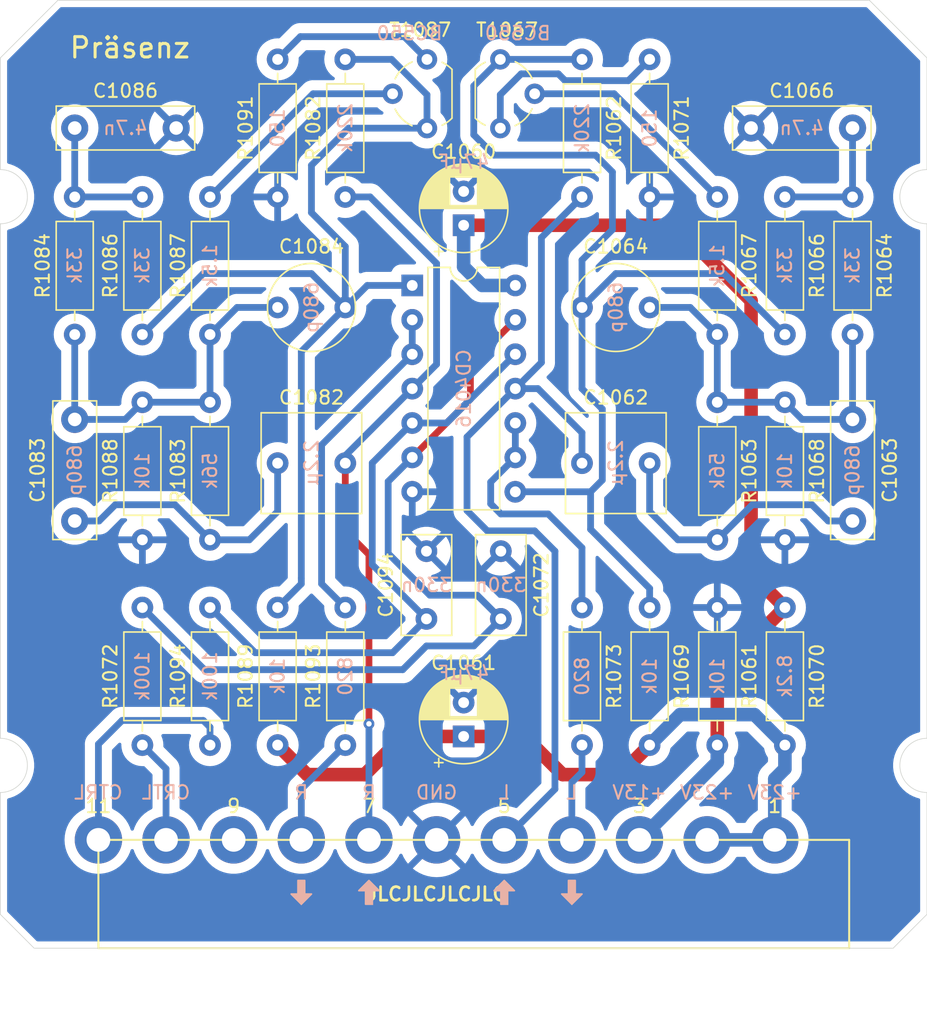
<source format=kicad_pcb>
(kicad_pcb (version 20221018) (generator pcbnew)
  (layers (0 "F.Cu" signal) (31 "B.Cu" signal) (34 "B.Paste" user) (35 "F.Paste" user) (36 "B.SilkS" user "B.Silkscreen") (37 "F.SilkS" user "F.Silkscreen") (38 "B.Mask" user) (39 "F.Mask" user) (44 "Edge.Cuts" user))
  (net 0 "")
  (net 1 "GND")
  (net 2 "Net-(C1082-Pad1)")
  (net 3 "Net-(C1083-Pad1)")
  (net 4 "Net-(T1087-C)")
  (net 5 "Net-(C1086-Pad2)")
  (net 6 "Net-(T1067-C)")
  (net 7 "Net-(T1067-E)")
  (net 8 "Net-(T1087-B)")
  (net 9 "Net-(T1087-E)")
  (net 10 "Net-(C1062-Pad1)")
  (net 11 "Net-(C1063-Pad1)")
  (net 12 "Net-(C1066-Pad2)")
  (net 13 "Net-(T1067-B)")
  (net 14 "Net-(R1073-Pad1)")
  (net 15 "Net-(R1093-Pad1)")
  (net 16 "SW1")
  (net 17 "SW2")
  (net 19 "+23V")
  (net 20 "L_OUT")
  (net 21 "L_IN")
  (net 22 "R_IN")
  (net 23 "R_OUT")
  (net 24 "+13V")
  (net 25 "CTR2")
  (net 26 "CTR1")
  (footprint "NF-Filter-Modul:Connector_01x11_5mm" (layer "F.Cu") (at 83 87)
    (fp_text reference "J1" hide)
    (fp_text value "Conn_01x13")
    (fp_text user "1" (at 0 -2.5) (layer "F.SilkS"))
    (fp_text user "7" (at -30 -2.5) (layer "F.SilkS"))
    (fp_text user "9" (at -40 -2.5) (layer "F.SilkS"))
    (fp_text user "5" (at -20 -2.5) (layer "F.SilkS"))
    (fp_text user "11" (at -50 -2.5) (layer "F.SilkS"))
    (fp_text user "3" (at -10 -2.5) (layer "F.SilkS"))
    (pad "1" thru_hole circle (at 0 0 180) (size 3.5 3.5) (drill 1.75) (layers "B.Cu" "B.Mask") (net 19 "+23V"))
    (pad "2" thru_hole circle (at -5 0 180) (size 3.5 3.5) (drill 1.75) (layers "B.Cu" "B.Mask") (net 19 "+23V"))
    (pad "3" thru_hole circle (at -10 0 180) (size 3.5 3.5) (drill 1.75) (layers "B.Cu" "B.Mask") (net 24 "+13V"))
    (pad "4" thru_hole circle (at -15 0 180) (size 3.5 3.5) (drill 1.75) (layers "B.Cu" "B.Mask") (net 20 "L_OUT"))
    (pad "5" thru_hole circle (at -20 0 180) (size 3.5 3.5) (drill 1.75) (layers "B.Cu" "B.Mask") (net 21 "L_IN"))
    (pad "6" thru_hole circle (at -25 0 180) (size 3.5 3.5) (drill 1.75) (layers "B.Cu" "B.Mask") (net 1 "GND"))
    (pad "7" thru_hole circle (at -30 0 180) (size 3.5 3.5) (drill 1.75) (layers "B.Cu" "B.Mask") (net 22 "R_IN"))
    (pad "8" thru_hole circle (at -35 0 180) (size 3.5 3.5) (drill 1.75) (layers "B.Cu" "B.Mask") (net 23 "R_OUT"))
    (pad "9" thru_hole circle (at -40 0 180) (size 3.5 3.5) (drill 1.75) (layers "B.Cu" "B.Mask"))
    (pad "10" thru_hole circle (at -45 0 180) (size 3.5 3.5) (drill 1.75) (layers "B.Cu" "B.Mask") (net 25 "CTR2"))
    (pad "11" thru_hole circle (at -50 0 180) (size 3.5 3.5) (drill 1.75) (layers "B.Cu" "B.Mask") (net 26 "CTR1"))
  )
  (footprint "Capacitor_THT:C_Rect_L7.2mm_W3.5mm_P5.00mm_FKS2_FKP2_MKS2_MKP2" (layer "F.Cu") (at 57.25 70.68 90)
    (fp_text reference "C1094" (at 2.5 -3 90) (layer "F.SilkS"))
    (fp_text value "330n" (at 2.5 0 180) (layer "B.SilkS") (effects (justify mirror)))
    (pad "1" thru_hole circle (at 0 0 90) (size 1.6 1.6) (drill 0.8) (layers "*.Cu" "*.Mask") (net 16 "SW1"))
    (pad "2" thru_hole circle (at 5 0 90) (size 1.6 1.6) (drill 0.8) (layers "*.Cu" "*.Mask") (net 1 "GND"))
  )
  (footprint "Präsenz-Modul:C_RAD_6.5mm_5mm" (layer "F.Cu") (at 71.25 47.68)
    (fp_text reference "C1064" (at 0 -4.5 unlocked) (layer "F.SilkS"))
    (fp_text value "680p" (at 0 0 90 unlocked) (layer "B.SilkS") (effects (justify mirror)))
    (pad "1" thru_hole circle (at -2.5 0) (size 1.6 1.6) (drill 0.8) (layers "*.Cu" "*.Mask") (net 6 "Net-(T1067-C)"))
    (pad "2" thru_hole circle (at 2.5 0) (size 1.6 1.6) (drill 0.8) (layers "*.Cu" "*.Mask") (net 11 "Net-(C1063-Pad1)"))
  )
  (footprint "Resistor_THT:R_Axial_DIN0207_L6.3mm_D2.5mm_P10.16mm_Horizontal" (layer "F.Cu") (at 83.75 54.68 -90)
    (fp_text reference "R1068" (at 5.08 -2.37 90) (layer "F.SilkS"))
    (fp_text value "10k" (at 5.08 0 90) (layer "B.SilkS") (effects (justify mirror)))
    (pad "1" thru_hole circle (at 0 0 270) (size 1.6 1.6) (drill 0.8) (layers "*.Cu" "*.Mask") (net 11 "Net-(C1063-Pad1)"))
    (pad "2" thru_hole oval (at 10.16 0 270) (size 1.6 1.6) (drill 0.8) (layers "*.Cu" "*.Mask") (net 1 "GND"))
  )
  (footprint "Resistor_THT:R_Axial_DIN0207_L6.3mm_D2.5mm_P10.16mm_Horizontal" (layer "F.Cu") (at 36.25 49.68 90)
    (fp_text reference "R1086" (at 5.08 -2.37 90) (layer "F.SilkS"))
    (fp_text value "33k" (at 5.08 0 90) (layer "B.SilkS") (effects (justify mirror)))
    (pad "1" thru_hole circle (at 0 0 90) (size 1.6 1.6) (drill 0.8) (layers "*.Cu" "*.Mask") (net 4 "Net-(T1087-C)"))
    (pad "2" thru_hole oval (at 10.16 0 90) (size 1.6 1.6) (drill 0.8) (layers "*.Cu" "*.Mask") (net 5 "Net-(C1086-Pad2)"))
  )
  (footprint "Resistor_THT:R_Axial_DIN0207_L6.3mm_D2.5mm_P10.16mm_Horizontal" (layer "F.Cu") (at 46.25 29.36 -90)
    (fp_text reference "R1091" (at 5.08 2.37 90) (layer "F.SilkS"))
    (fp_text value "150" (at 5.07 0 90) (layer "B.SilkS") (effects (justify mirror)))
    (pad "1" thru_hole circle (at 0 0 270) (size 1.6 1.6) (drill 0.8) (layers "*.Cu" "*.Mask") (net 9 "Net-(T1087-E)"))
    (pad "2" thru_hole oval (at 10.16 0 270) (size 1.6 1.6) (drill 0.8) (layers "*.Cu" "*.Mask") (net 1 "GND"))
  )
  (footprint "Resistor_THT:R_Axial_DIN0207_L6.3mm_D2.5mm_P10.16mm_Horizontal" (layer "F.Cu") (at 46.25 80 90)
    (fp_text reference "R1089" (at 5.08 -2.37 90) (layer "F.SilkS"))
    (fp_text value "10k" (at 5.08 0 90) (layer "B.SilkS") (effects (justify mirror)))
    (pad "1" thru_hole circle (at 0 0 90) (size 1.6 1.6) (drill 0.8) (layers "*.Cu" "*.Mask") (net 19 "+23V"))
    (pad "2" thru_hole oval (at 10.16 0 90) (size 1.6 1.6) (drill 0.8) (layers "*.Cu" "*.Mask") (net 4 "Net-(T1087-C)"))
  )
  (footprint "Capacitor_THT:C_Rect_L7.2mm_W7.2mm_P5.00mm_FKS2_FKP2_MKS2_MKP2" (layer "F.Cu") (at 73.75 59.18 180)
    (fp_text reference "C1062" (at 2.5 4.85) (layer "F.SilkS"))
    (fp_text value "2.2µ" (at 2.5 0 90) (layer "B.SilkS") (effects (justify mirror)))
    (pad "1" thru_hole circle (at 0 0 180) (size 1.6 1.6) (drill 0.8) (layers "*.Cu" "*.Mask") (net 10 "Net-(C1062-Pad1)"))
    (pad "2" thru_hole circle (at 5 0 180) (size 1.6 1.6) (drill 0.8) (layers "*.Cu" "*.Mask") (net 21 "L_IN"))
  )
  (footprint "Package_DIP:DIP-14_W7.62mm" (layer "F.Cu") (at 56.2 46.055)
    (fp_text reference "U1" hide)
    (fp_text value "CD4016" (at 3.81 7.62 90) (layer "B.SilkS") (effects (justify mirror)))
    (pad "1" thru_hole rect (at 0 0) (size 1.6 1.6) (drill 0.8) (layers "*.Cu" "*.Mask") (net 4 "Net-(T1087-C)"))
    (pad "2" thru_hole oval (at 0 2.54) (size 1.6 1.6) (drill 0.8) (layers "*.Cu" "*.Mask") (net 15 "Net-(R1093-Pad1)"))
    (pad "3" thru_hole oval (at 0 5.08) (size 1.6 1.6) (drill 0.8) (layers "*.Cu" "*.Mask") (net 15 "Net-(R1093-Pad1)"))
    (pad "4" thru_hole oval (at 0 7.62) (size 1.6 1.6) (drill 0.8) (layers "*.Cu" "*.Mask") (net 22 "R_IN"))
    (pad "5" thru_hole oval (at 0 10.16) (size 1.6 1.6) (drill 0.8) (layers "*.Cu" "*.Mask") (net 16 "SW1"))
    (pad "6" thru_hole oval (at 0 12.7) (size 1.6 1.6) (drill 0.8) (layers "*.Cu" "*.Mask") (net 17 "SW2"))
    (pad "7" thru_hole oval (at 0 15.24) (size 1.6 1.6) (drill 0.8) (layers "*.Cu" "*.Mask") (net 1 "GND"))
    (pad "8" thru_hole oval (at 7.62 15.24) (size 1.6 1.6) (drill 0.8) (layers "*.Cu" "*.Mask") (net 6 "Net-(T1067-C)"))
    (pad "9" thru_hole oval (at 7.62 12.7) (size 1.6 1.6) (drill 0.8) (layers "*.Cu" "*.Mask") (net 14 "Net-(R1073-Pad1)"))
    (pad "10" thru_hole oval (at 7.62 10.16) (size 1.6 1.6) (drill 0.8) (layers "*.Cu" "*.Mask") (net 14 "Net-(R1073-Pad1)"))
    (pad "11" thru_hole oval (at 7.62 7.62) (size 1.6 1.6) (drill 0.8) (layers "*.Cu" "*.Mask") (net 21 "L_IN"))
    (pad "12" thru_hole oval (at 7.62 5.08) (size 1.6 1.6) (drill 0.8) (layers "*.Cu" "*.Mask") (net 16 "SW1"))
    (pad "13" thru_hole oval (at 7.62 2.54) (size 1.6 1.6) (drill 0.8) (layers "*.Cu" "*.Mask") (net 17 "SW2"))
    (pad "14" thru_hole oval (at 7.62 0) (size 1.6 1.6) (drill 0.8) (layers "*.Cu" "*.Mask") (net 24 "+13V"))
  )
  (footprint "Capacitor_THT:C_Rect_L7.2mm_W7.2mm_P5.00mm_FKS2_FKP2_MKS2_MKP2" (layer "F.Cu") (at 46.25 59.18)
    (fp_text reference "C1082" (at 2.5 -4.85) (layer "F.SilkS"))
    (fp_text value "2.2µ" (at 2.5 0 90) (layer "B.SilkS") (effects (justify mirror)))
    (pad "1" thru_hole circle (at 0 0) (size 1.6 1.6) (drill 0.8) (layers "*.Cu" "*.Mask") (net 2 "Net-(C1082-Pad1)"))
    (pad "2" thru_hole circle (at 5 0) (size 1.6 1.6) (drill 0.8) (layers "*.Cu" "*.Mask") (net 22 "R_IN"))
  )
  (footprint "Resistor_THT:R_Axial_DIN0207_L6.3mm_D2.5mm_P10.16mm_Horizontal" (layer "F.Cu") (at 78.75 80 90)
    (fp_text reference "R1061" (at 5.08 2.37 90) (layer "F.SilkS"))
    (fp_text value "10k" (at 5.08 0 90) (layer "B.SilkS") (effects (justify mirror)))
    (pad "1" thru_hole circle (at 0 0 90) (size 1.6 1.6) (drill 0.8) (layers "*.Cu" "*.Mask") (net 24 "+13V"))
    (pad "2" thru_hole oval (at 10.16 0 90) (size 1.6 1.6) (drill 0.8) (layers "*.Cu" "*.Mask") (net 1 "GND"))
  )
  (footprint "Resistor_THT:R_Axial_DIN0207_L6.3mm_D2.5mm_P10.16mm_Horizontal" (layer "F.Cu") (at 31.25 39.52 -90)
    (fp_text reference "R1084" (at 5.08 2.37 90) (layer "F.SilkS"))
    (fp_text value "33k" (at 5.08 0 90) (layer "B.SilkS") (effects (justify mirror)))
    (pad "1" thru_hole circle (at 0 0 270) (size 1.6 1.6) (drill 0.8) (layers "*.Cu" "*.Mask") (net 5 "Net-(C1086-Pad2)"))
    (pad "2" thru_hole oval (at 10.16 0 270) (size 1.6 1.6) (drill 0.8) (layers "*.Cu" "*.Mask") (net 3 "Net-(C1083-Pad1)"))
  )
  (footprint "Resistor_THT:R_Axial_DIN0207_L6.3mm_D2.5mm_P10.16mm_Horizontal" (layer "F.Cu") (at 36.25 80 90)
    (fp_text reference "R1072" (at 5.08 -2.37 90) (layer "F.SilkS"))
    (fp_text value "100k" (at 5.08 0 90) (layer "B.SilkS") (effects (justify mirror)))
    (pad "1" thru_hole circle (at 0 0 90) (size 1.6 1.6) (drill 0.8) (layers "*.Cu" "*.Mask") (net 25 "CTR2"))
    (pad "2" thru_hole oval (at 10.16 0 90) (size 1.6 1.6) (drill 0.8) (layers "*.Cu" "*.Mask") (net 17 "SW2"))
  )
  (footprint "Capacitor_THT:CP_Radial_D6.3mm_P2.50mm" (layer "F.Cu") (at 60 41.61238 90)
    (fp_text reference "C1060" (at 5.43238 0 180) (layer "F.SilkS"))
    (fp_text value "47µF" (at 4.68238 0 180) (layer "B.SilkS") (effects (justify mirror)))
    (pad "1" thru_hole rect (at 0 0 90) (size 1.6 1.6) (drill 0.8) (layers "*.Cu" "*.Mask") (net 24 "+13V"))
    (pad "2" thru_hole circle (at 2.5 0 90) (size 1.6 1.6) (drill 0.8) (layers "*.Cu" "*.Mask") (net 1 "GND"))
  )
  (footprint "Capacitor_THT:C_Rect_L7.2mm_W3.5mm_P5.00mm_FKS2_FKP2_MKS2_MKP2" (layer "F.Cu") (at 62.75 70.68 90)
    (fp_text reference "C1072" (at 2.5 3 90) (layer "F.SilkS"))
    (fp_text value "330n" (at 2.5 0 180) (layer "B.SilkS") (effects (justify mirror)))
    (pad "1" thru_hole circle (at 0 0 90) (size 1.6 1.6) (drill 0.8) (layers "*.Cu" "*.Mask") (net 17 "SW2"))
    (pad "2" thru_hole circle (at 5 0 90) (size 1.6 1.6) (drill 0.8) (layers "*.Cu" "*.Mask") (net 1 "GND"))
  )
  (footprint "Resistor_THT:R_Axial_DIN0207_L6.3mm_D2.5mm_P10.16mm_Horizontal" (layer "F.Cu") (at 36.25 54.68 -90)
    (fp_text reference "R1088" (at 5.08 2.37 90) (layer "F.SilkS"))
    (fp_text value "10k" (at 5.08 0 90) (layer "B.SilkS") (effects (justify mirror)))
    (pad "1" thru_hole circle (at 0 0 270) (size 1.6 1.6) (drill 0.8) (layers "*.Cu" "*.Mask") (net 3 "Net-(C1083-Pad1)"))
    (pad "2" thru_hole oval (at 10.16 0 270) (size 1.6 1.6) (drill 0.8) (layers "*.Cu" "*.Mask") (net 1 "GND"))
  )
  (footprint "Capacitor_THT:C_Rect_L10.0mm_W3.0mm_P7.50mm_MKS4" (layer "F.Cu") (at 81.25 34.43)
    (fp_text reference "C1066" (at 3.75 -2.75) (layer "F.SilkS"))
    (fp_text value "4.7n" (at 3.75 0) (layer "B.SilkS") (effects (justify mirror)))
    (pad "1" thru_hole circle (at 0 0) (size 2 2) (drill 1) (layers "*.Cu" "*.Mask") (net 1 "GND"))
    (pad "2" thru_hole circle (at 7.5 0) (size 2 2) (drill 1) (layers "*.Cu" "*.Mask") (net 12 "Net-(C1066-Pad2)"))
  )
  (footprint "Präsenz-Modul:C_RAD_6.5mm_5mm" (layer "F.Cu") (at 48.75 47.68 180)
    (fp_text reference "C1084" (at 0 4.5 unlocked) (layer "F.SilkS"))
    (fp_text value "680p" (at 0 0 90 unlocked) (layer "B.SilkS") (effects (justify mirror)))
    (pad "1" thru_hole circle (at -2.5 0 180) (size 1.6 1.6) (drill 0.8) (layers "*.Cu" "*.Mask") (net 4 "Net-(T1087-C)"))
    (pad "2" thru_hole circle (at 2.5 0 180) (size 1.6 1.6) (drill 0.8) (layers "*.Cu" "*.Mask") (net 3 "Net-(C1083-Pad1)"))
  )
  (footprint "Resistor_THT:R_Axial_DIN0207_L6.3mm_D2.5mm_P10.16mm_Horizontal" (layer "F.Cu") (at 51.25 69.84 -90)
    (fp_text reference "R1093" (at 5.08 2.37 90) (layer "F.SilkS"))
    (fp_text value "820" (at 5.08 0 90) (layer "B.SilkS") (effects (justify mirror)))
    (pad "1" thru_hole circle (at 0 0 270) (size 1.6 1.6) (drill 0.8) (layers "*.Cu" "*.Mask") (net 15 "Net-(R1093-Pad1)"))
    (pad "2" thru_hole oval (at 10.16 0 270) (size 1.6 1.6) (drill 0.8) (layers "*.Cu" "*.Mask") (net 23 "R_OUT"))
  )
  (footprint "Resistor_THT:R_Axial_DIN0207_L6.3mm_D2.5mm_P10.16mm_Horizontal" (layer "F.Cu") (at 78.75 39.52 -90)
    (fp_text reference "R1067" (at 5.08 -2.37 90) (layer "F.SilkS"))
    (fp_text value "1.5k" (at 5.08 0 90) (layer "B.SilkS") (effects (justify mirror)))
    (pad "1" thru_hole circle (at 0 0 270) (size 1.6 1.6) (drill 0.8) (layers "*.Cu" "*.Mask") (net 13 "Net-(T1067-B)"))
    (pad "2" thru_hole oval (at 10.16 0 270) (size 1.6 1.6) (drill 0.8) (layers "*.Cu" "*.Mask") (net 11 "Net-(C1063-Pad1)"))
  )
  (footprint "Resistor_THT:R_Axial_DIN0207_L6.3mm_D2.5mm_P10.16mm_Horizontal" (layer "F.Cu") (at 73.75 80 90)
    (fp_text reference "R1069" (at 5.08 2.37 90) (layer "F.SilkS"))
    (fp_text value "10k" (at 5.08 0 90) (layer "B.SilkS") (effects (justify mirror)))
    (pad "1" thru_hole circle (at 0 0 90) (size 1.6 1.6) (drill 0.8) (layers "*.Cu" "*.Mask") (net 19 "+23V"))
    (pad "2" thru_hole oval (at 10.16 0 90) (size 1.6 1.6) (drill 0.8) (layers "*.Cu" "*.Mask") (net 6 "Net-(T1067-C)"))
  )
  (footprint "Capacitor_THT:C_Rect_L10.0mm_W3.0mm_P7.50mm_MKS4" (layer "F.Cu") (at 38.75 34.43 180)
    (fp_text reference "C1086" (at 3.75 2.75) (layer "F.SilkS"))
    (fp_text value "4.7n" (at 3.75 0) (layer "B.SilkS") (effects (justify mirror)))
    (pad "1" thru_hole circle (at 0 0 180) (size 2 2) (drill 1) (layers "*.Cu" "*.Mask") (net 1 "GND"))
    (pad "2" thru_hole circle (at 7.5 0 180) (size 2 2) (drill 1) (layers "*.Cu" "*.Mask") (net 5 "Net-(C1086-Pad2)"))
  )
  (footprint "Capacitor_THT:CP_Radial_D6.3mm_P2.50mm" (layer "F.Cu") (at 60 79.36238 90)
    (fp_text reference "C1061" (at 5.43238 0 180) (layer "F.SilkS"))
    (fp_text value "47µF" (at 4.68238 0 180) (layer "B.SilkS") (effects (justify mirror)))
    (pad "1" thru_hole rect (at 0 0 90) (size 1.6 1.6) (drill 0.8) (layers "*.Cu" "*.Mask") (net 19 "+23V"))
    (pad "2" thru_hole circle (at 2.5 0 90) (size 1.6 1.6) (drill 0.8) (layers "*.Cu" "*.Mask") (net 1 "GND"))
  )
  (footprint "Resistor_THT:R_Axial_DIN0207_L6.3mm_D2.5mm_P10.16mm_Horizontal" (layer "F.Cu") (at 73.75 29.36 -90)
    (fp_text reference "R1071" (at 5.08 -2.37 90) (layer "F.SilkS"))
    (fp_text value "150" (at 5.08 0 90) (layer "B.SilkS") (effects (justify mirror)))
    (pad "1" thru_hole circle (at 0 0 270) (size 1.6 1.6) (drill 0.8) (layers "*.Cu" "*.Mask") (net 7 "Net-(T1067-E)"))
    (pad "2" thru_hole oval (at 10.16 0 270) (size 1.6 1.6) (drill 0.8) (layers "*.Cu" "*.Mask") (net 1 "GND"))
  )
  (footprint "Resistor_THT:R_Axial_DIN0207_L6.3mm_D2.5mm_P10.16mm_Horizontal" (layer "F.Cu") (at 88.75 39.52 -90)
    (fp_text reference "R1064" (at 5.08 -2.37 90) (layer "F.SilkS"))
    (fp_text value "33k" (at 5.08 0 90) (layer "B.SilkS") (effects (justify mirror)))
    (pad "1" thru_hole circle (at 0 0 270) (size 1.6 1.6) (drill 0.8) (layers "*.Cu" "*.Mask") (net 12 "Net-(C1066-Pad2)"))
    (pad "2" thru_hole oval (at 10.16 0 270) (size 1.6 1.6) (drill 0.8) (layers "*.Cu" "*.Mask") (net 11 "Net-(C1063-Pad1)"))
  )
  (footprint "Resistor_THT:R_Axial_DIN0207_L6.3mm_D2.5mm_P10.16mm_Horizontal" (layer "F.Cu") (at 41.25 39.52 -90)
    (fp_text reference "R1087" (at 5.08 2.37 90) (layer "F.SilkS"))
    (fp_text value "1.5k" (at 5.08 0 90) (layer "B.SilkS") (effects (justify mirror)))
    (pad "1" thru_hole circle (at 0 0 270) (size 1.6 1.6) (drill 0.8) (layers "*.Cu" "*.Mask") (net 8 "Net-(T1087-B)"))
    (pad "2" thru_hole oval (at 10.16 0 270) (size 1.6 1.6) (drill 0.8) (layers "*.Cu" "*.Mask") (net 3 "Net-(C1083-Pad1)"))
  )
  (footprint "Package_TO_SOT_THT:TO-92_Wide" (layer "F.Cu") (at 57.29 34.44 90)
    (fp_text reference "T1087" (at 7.26 -0.5 180) (layer "F.SilkS"))
    (fp_text value "BC550" (at 7.01 -1.29 180) (layer "B.SilkS") (effects (justify mirror)))
    (pad "1" thru_hole circle (at 0 0 90) (size 1.5 1.5) (drill 0.8) (layers "*.Cu" "*.Mask") (net 4 "Net-(T1087-C)"))
    (pad "2" thru_hole circle (at 2.54 -2.54 90) (size 1.5 1.5) (drill 0.8) (layers "*.Cu" "*.Mask") (net 8 "Net-(T1087-B)"))
    (pad "3" thru_hole circle (at 5.08 0 90) (size 1.5 1.5) (drill 0.8) (layers "*.Cu" "*.Mask") (net 9 "Net-(T1087-E)"))
  )
  (footprint "Package_TO_SOT_THT:TO-92_Wide" (layer "F.Cu") (at 62.71 29.36 -90)
    (fp_text reference "T1067" (at -2.18 -0.5) (layer "F.SilkS"))
    (fp_text value "BC550" (at -1.93 -1.29 -180) (layer "B.SilkS") (effects (justify mirror)))
    (pad "1" thru_hole circle (at 0 0 270) (size 1.5 1.5) (drill 0.8) (layers "*.Cu" "*.Mask") (net 6 "Net-(T1067-C)"))
    (pad "2" thru_hole circle (at 2.54 -2.54 270) (size 1.5 1.5) (drill 0.8) (layers "*.Cu" "*.Mask") (net 13 "Net-(T1067-B)"))
    (pad "3" thru_hole circle (at 5.08 0 270) (size 1.5 1.5) (drill 0.8) (layers "*.Cu" "*.Mask") (net 7 "Net-(T1067-E)"))
  )
  (footprint "Resistor_THT:R_Axial_DIN0207_L6.3mm_D2.5mm_P10.16mm_Horizontal" (layer "F.Cu") (at 78.75 54.68 -90)
    (fp_text reference "R1063" (at 5.08 -2.37 90) (layer "F.SilkS"))
    (fp_text value "56k" (at 5.08 0 90) (layer "B.SilkS") (effects (justify mirror)))
    (pad "1" thru_hole circle (at 0 0 270) (size 1.6 1.6) (drill 0.8) (layers "*.Cu" "*.Mask") (net 11 "Net-(C1063-Pad1)"))
    (pad "2" thru_hole oval (at 10.16 0 270) (size 1.6 1.6) (drill 0.8) (layers "*.Cu" "*.Mask") (net 10 "Net-(C1062-Pad1)"))
  )
  (footprint "Capacitor_THT:C_Rect_L10.0mm_W3.0mm_P7.50mm_MKS4" (layer "F.Cu") (at 31.25 55.95 -90)
    (fp_text reference "C1083" (at 3.75 2.75 90) (layer "F.SilkS"))
    (fp_text value "680p" (at 3.75 0 90) (layer "B.SilkS") (effects (justify mirror)))
    (pad "1" thru_hole circle (at 0 0 270) (size 2 2) (drill 1) (layers "*.Cu" "*.Mask") (net 3 "Net-(C1083-Pad1)"))
    (pad "2" thru_hole circle (at 7.5 0 270) (size 2 2) (drill 1) (layers "*.Cu" "*.Mask") (net 2 "Net-(C1082-Pad1)"))
  )
  (footprint "Capacitor_THT:C_Rect_L10.0mm_W3.0mm_P7.50mm_MKS4" (layer "F.Cu") (at 88.75 55.95 -90)
    (fp_text reference "C1063" (at 3.75 -2.75 90) (layer "F.SilkS"))
    (fp_text value "680p" (at 3.75 0 90) (layer "B.SilkS") (effects (justify mirror)))
    (pad "1" thru_hole circle (at 0 0 270) (size 2 2) (drill 1) (layers "*.Cu" "*.Mask") (net 11 "Net-(C1063-Pad1)"))
    (pad "2" thru_hole circle (at 7.5 0 270) (size 2 2) (drill 1) (layers "*.Cu" "*.Mask") (net 10 "Net-(C1062-Pad1)"))
  )
  (footprint "Resistor_THT:R_Axial_DIN0207_L6.3mm_D2.5mm_P10.16mm_Horizontal" (layer "F.Cu") (at 83.75 49.68 90)
    (fp_text reference "R1066" (at 5.08 2.37 90) (layer "F.SilkS"))
    (fp_text value "33k" (at 5.08 0 90) (layer "B.SilkS") (effects (justify mirror)))
    (pad "1" thru_hole circle (at 0 0 90) (size 1.6 1.6) (drill 0.8) (layers "*.Cu" "*.Mask") (net 6 "Net-(T1067-C)"))
    (pad "2" thru_hole oval (at 10.16 0 90) (size 1.6 1.6) (drill 0.8) (layers "*.Cu" "*.Mask") (net 12 "Net-(C1066-Pad2)"))
  )
  (footprint "Resistor_THT:R_Axial_DIN0207_L6.3mm_D2.5mm_P10.16mm_Horizontal" (layer "F.Cu") (at 41.25 80 90)
    (fp_text reference "R1094" (at 5.08 -2.37 90) (layer "F.SilkS"))
    (fp_text value "100k" (at 5.08 0 90) (layer "B.SilkS") (effects (justify mirror)))
    (pad "1" thru_hole circle (at 0 0 90) (size 1.6 1.6) (drill 0.8) (layers "*.Cu" "*.Mask") (net 26 "CTR1"))
    (pad "2" thru_hole oval (at 10.16 0 90) (size 1.6 1.6) (drill 0.8) (layers "*.Cu" "*.Mask") (net 16 "SW1"))
  )
  (footprint "Resistor_THT:R_Axial_DIN0207_L6.3mm_D2.5mm_P10.16mm_Horizontal" (layer "F.Cu") (at 51.25 39.52 90)
    (fp_text reference "R1082" (at 5.08 -2.37 90) (layer "F.SilkS"))
    (fp_text value "220k" (at 5.09 0 90) (layer "B.SilkS") (effects (justify mirror)))
    (pad "1" thru_hole circle (at 0 0 90) (size 1.6 1.6) (drill 0.8) (layers "*.Cu" "*.Mask") (net 22 "R_IN"))
    (pad "2" thru_hole oval (at 10.16 0 90) (size 1.6 1.6) (drill 0.8) (layers "*.Cu" "*.Mask") (net 4 "Net-(T1087-C)"))
  )
  (footprint "Resistor_THT:R_Axial_DIN0207_L6.3mm_D2.5mm_P10.16mm_Horizontal" (layer "F.Cu") (at 68.75 69.84 -90)
    (fp_text reference "R1073" (at 5.08 -2.37 90) (layer "F.SilkS"))
    (fp_text value "820" (at 5.08 0 90) (layer "B.SilkS") (effects (justify mirror)))
    (pad "1" thru_hole circle (at 0 0 270) (size 1.6 1.6) (drill 0.8) (layers "*.Cu" "*.Mask") (net 14 "Net-(R1073-Pad1)"))
    (pad "2" thru_hole oval (at 10.16 0 270) (size 1.6 1.6) (drill 0.8) (layers "*.Cu" "*.Mask") (net 20 "L_OUT"))
  )
  (footprint "Resistor_THT:R_Axial_DIN0207_L6.3mm_D2.5mm_P10.16mm_Horizontal" (layer "F.Cu") (at 83.75 80 90)
    (fp_text reference "R1070" (at 5.08 2.37 90) (layer "F.SilkS"))
    (fp_text value "8.2k" (at 5.08 0 90) (layer "B.SilkS") (effects (justify mirror)))
    (pad "1" thru_hole circle (at 0 0 90) (size 1.6 1.6) (drill 0.8) (layers "*.Cu" "*.Mask") (net 19 "+23V"))
    (pad "2" thru_hole oval (at 10.16 0 90) (size 1.6 1.6) (drill 0.8) (layers "*.Cu" "*.Mask") (net 24 "+13V"))
  )
  (footprint "Resistor_THT:R_Axial_DIN0207_L6.3mm_D2.5mm_P10.16mm_Horizontal" (layer "F.Cu") (at 41.25 54.68 -90)
    (fp_text reference "R1083" (at 5.08 2.37 90) (layer "F.SilkS"))
    (fp_text value "56k" (at 5.08 0 90) (layer "B.SilkS") (effects (justify mirror)))
    (pad "1" thru_hole circle (at 0 0 270) (size 1.6 1.6) (drill 0.8) (layers "*.Cu" "*.Mask") (net 3 "Net-(C1083-Pad1)"))
    (pad "2" thru_hole oval (at 10.16 0 270) (size 1.6 1.6) (drill 0.8) (layers "*.Cu" "*.Mask") (net 2 "Net-(C1082-Pad1)"))
  )
  (footprint "Resistor_THT:R_Axial_DIN0207_L6.3mm_D2.5mm_P10.16mm_Horizontal" (layer "F.Cu") (at 68.75 39.52 90)
    (fp_text reference "R1062" (at 5.08 2.37 90) (layer "F.SilkS"))
    (fp_text value "220k" (at 5.08 0 90) (layer "B.SilkS") (effects (justify mirror)))
    (pad "1" thru_hole circle (at 0 0 90) (size 1.6 1.6) (drill 0.8) (layers "*.Cu" "*.Mask") (net 21 "L_IN"))
    (pad "2" thru_hole oval (at 10.16 0 90) (size 1.6 1.6) (drill 0.8) (layers "*.Cu" "*.Mask") (net 6 "Net-(T1067-C)"))
  )
  (gr_poly (pts (xy 67.25 91) (xy 68 91.75) (xy 68.75 91)) (stroke (width 0.12)) (fill solid) (layer "B.SilkS"))
  (gr_poly (pts (xy 62.75 91.75) (xy 63.25 91.75) (xy 63.25 90.75) (xy 62.75 90.75)) (stroke (width 0.12)) (fill solid) (layer "B.SilkS"))
  (gr_poly (pts (xy 63.75 90.75) (xy 63 90) (xy 62.25 90.75)) (stroke (width 0.12)) (fill solid) (layer "B.SilkS"))
  (gr_poly (pts (xy 52.75 91.75) (xy 53.25 91.75) (xy 53.25 90.75) (xy 52.75 90.75)) (stroke (width 0.12)) (fill solid) (layer "B.SilkS"))
  (gr_poly (pts (xy 68.25 90) (xy 67.75 90) (xy 67.75 91) (xy 68.25 91)) (stroke (width 0.12)) (fill solid) (layer "B.SilkS"))
  (gr_poly (pts (xy 53.75 90.75) (xy 53 90) (xy 52.25 90.75)) (stroke (width 0.12)) (fill solid) (layer "B.SilkS"))
  (gr_poly (pts (xy 48.25 90) (xy 47.75 90) (xy 47.75 91) (xy 48.25 91)) (stroke (width 0.12)) (fill solid) (layer "B.SilkS"))
  (gr_poly (pts (xy 47.25 91) (xy 48 91.75) (xy 48.75 91)) (stroke (width 0.12)) (fill solid) (layer "B.SilkS"))
  (gr_line (start 25.75 79.5) (end 25.75 41.5) (stroke (width 0.05)) (layer "Edge.Cuts"))
  (gr_line (start 25.75 29.25) (end 30 25) (stroke (width 0.05)) (layer "Edge.Cuts"))
  (gr_line (start 90 25) (end 94.25 29.25) (stroke (width 0.05)) (layer "Edge.Cuts"))
  (gr_line (start 91.75 95) (end 94.25 92.5) (stroke (width 0.05)) (layer "Edge.Cuts"))
  (gr_line (start 25.75 92.5) (end 28.25 95) (stroke (width 0.05)) (layer "Edge.Cuts"))
  (gr_arc (start 25.75 79.5) (mid 27.75 81.5) (end 25.75 83.5) (stroke (width 0.05)) (layer "Edge.Cuts"))
  (gr_arc (start 25.75 37.5) (mid 27.75 39.5) (end 25.75 41.5) (stroke (width 0.05)) (layer "Edge.Cuts"))
  (gr_arc (start 94.25 41.5) (mid 92.25 39.5) (end 94.25 37.5) (stroke (width 0.05)) (layer "Edge.Cuts"))
  (gr_line (start 91.75 95) (end 28.25 95) (stroke (width 0.05)) (layer "Edge.Cuts"))
  (gr_line (start 94.25 29.25) (end 94.25 37.5) (stroke (width 0.05)) (layer "Edge.Cuts"))
  (gr_line (start 25.75 29.25) (end 25.75 37.5) (stroke (width 0.05)) (layer "Edge.Cuts"))
  (gr_line (start 25.75 92.5) (end 25.75 83.5) (stroke (width 0.05)) (layer "Edge.Cuts"))
  (gr_line (start 30 25) (end 90 25) (stroke (width 0.05)) (layer "Edge.Cuts"))
  (gr_arc (start 94.25 83.5) (mid 92.25 81.5) (end 94.25 79.5) (stroke (width 0.05)) (layer "Edge.Cuts"))
  (gr_line (start 94.25 41.5) (end 94.25 79.5) (stroke (width 0.05)) (layer "Edge.Cuts"))
  (gr_line (start 94.25 92.5) (end 94.25 83.5) (stroke (width 0.05)) (layer "Edge.Cuts"))
  (gr_text "CRTL" (at 38 83.5) (layer "B.SilkS") (effects (font (size 1 1)) (justify mirror)))
  (gr_text "+23V" (at 78 83.5) (layer "B.SilkS") (effects (font (size 1 1)) (justify mirror)))
  (gr_text "L" (at 63 83.5) (layer "B.SilkS") (effects (font (size 1 1)) (justify mirror)))
  (gr_text "+13V" (at 73 83.5) (layer "B.SilkS") (effects (font (size 1 1)) (justify mirror)))
  (gr_text "GND" (at 58 83.5) (layer "B.SilkS") (effects (font (size 1 1)) (justify mirror)))
  (gr_text "CTRL" (at 33 83.5) (layer "B.SilkS") (effects (font (size 1 1)) (justify mirror)))
  (gr_text "R" (at 48 83.5) (layer "B.SilkS") (effects (font (size 1 1)) (justify mirror)))
  (gr_text "L" (at 68 83.5) (layer "B.SilkS") (effects (font (size 1 1)) (justify mirror)))
  (gr_text "+23V" (at 83 83.5) (layer "B.SilkS") (effects (font (size 1 1)) (justify mirror)))
  (gr_text "R" (at 53 83.5) (layer "B.SilkS") (effects (font (size 1 1)) (justify mirror)))
  (gr_text "Präsenz" (at 30.75 28.5) (layer "F.SilkS") (effects (font (size 1.5 1.5) (thickness 0.225)) (justify left)))
  (gr_text "JLCJLCJLCJLC" (at 58 91) (layer "F.SilkS") (effects (font (size 1 1) (thickness 0.2))))
  (segment (start 46.25 62.75) (end 44.16 64.84) (width 0.5) (layer "B.Cu") (net 2))
  (segment (start 46.25 59.18) (end 46.25 62.75) (width 0.5) (layer "B.Cu") (net 2))
  (segment (start 41.25 64.84) (end 38.66 62.25) (width 0.5) (layer "B.Cu") (net 2))
  (segment (start 44.16 64.84) (end 41.25 64.84) (width 0.5) (layer "B.Cu") (net 2))
  (segment (start 38.66 62.25) (end 34.25 62.25) (width 0.5) (layer "B.Cu") (net 2))
  (segment (start 31.25 63.45) (end 33.05 63.45) (width 0.5) (layer "B.Cu") (net 2))
  (segment (start 33.05 63.45) (end 34.25 62.25) (width 0.5) (layer "B.Cu") (net 2))
  (segment (start 43.25 47.68) (end 41.25 49.68) (width 0.5) (layer "B.Cu") (net 3))
  (segment (start 41.25 49.68) (end 41.25 54.68) (width 0.5) (layer "B.Cu") (net 3))
  (segment (start 36.25 54.68) (end 41.25 54.68) (width 0.5) (layer "B.Cu") (net 3))
  (segment (start 34.98 55.95) (end 36.25 54.68) (width 0.5) (layer "B.Cu") (net 3))
  (segment (start 31.25 49.68) (end 31.25 55.95) (width 0.5) (layer "B.Cu") (net 3))
  (segment (start 31.25 55.95) (end 34.98 55.95) (width 0.5) (layer "B.Cu") (net 3))
  (segment (start 46.25 47.68) (end 43.25 47.68) (width 0.5) (layer "B.Cu") (net 3))
  (segment (start 54.68 29.36) (end 51.25 29.36) (width 0.5) (layer "B.Cu") (net 4))
  (segment (start 56.2 46.055) (end 52.875 46.055) (width 0.5) (layer "B.Cu") (net 4))
  (segment (start 48 50.93) (end 48 67.68) (width 0.5) (layer "B.Cu") (net 4))
  (segment (start 57.29 31.97) (end 54.68 29.36) (width 0.5) (layer "B.Cu") (net 4))
  (segment (start 36.25 49.68) (end 40.75 45.18) (width 0.5) (layer "B.Cu") (net 4))
  (segment (start 51.25 47.68) (end 48 50.93) (width 0.5) (layer "B.Cu") (net 4))
  (segment (start 57.29 34.44) (end 57.29 31.97) (width 0.5) (layer "B.Cu") (net 4))
  (segment (start 40.75 45.18) (end 48.75 45.18) (width 0.5) (layer "B.Cu") (net 4))
  (segment (start 52.875 46.055) (end 51.25 47.68) (width 0.5) (layer "B.Cu") (net 4))
  (segment (start 51.25 43.18) (end 51.25 47.68) (width 0.5) (layer "B.Cu") (net 4))
  (segment (start 48.75 45.18) (end 51.25 47.68) (width 0.5) (layer "B.Cu") (net 4))
  (segment (start 48.75 37.18) (end 48.75 40.68) (width 0.5) (layer "B.Cu") (net 4))
  (segment (start 51.49 34.44) (end 48.75 37.18) (width 0.5) (layer "B.Cu") (net 4))
  (segment (start 46.25 69.84) (end 48 68.09) (width 0.5) (layer "B.Cu") (net 4))
  (segment (start 48.75 40.68) (end 51.25 43.18) (width 0.5) (layer "B.Cu") (net 4))
  (segment (start 48 68.09) (end 48 67.68) (width 0.5) (layer "B.Cu") (net 4))
  (segment (start 57.29 34.44) (end 51.49 34.44) (width 0.5) (layer "B.Cu") (net 4))
  (segment (start 31.25 34.43) (end 31.25 39.52) (width 0.5) (layer "B.Cu") (net 5))
  (segment (start 31.25 39.52) (end 36.25 39.52) (width 0.5) (layer "B.Cu") (net 5))
  (segment (start 79.25 45.18) (end 71.25 45.18) (width 0.5) (layer "B.Cu") (net 6))
  (segment (start 62.25 36.43) (end 69.75 36.43) (width 0.5) (layer "B.Cu") (net 6))
  (segment (start 73.75 69.84) (end 73.75 68.43) (width 0.5) (layer "B.Cu") (net 6))
  (segment (start 60.75 31.75) (end 60.75 34.93) (width 0.5) (layer "B.Cu") (net 6))
  (segment (start 70.25 60.43) (end 70.25 55.18) (width 0.5) (layer "B.Cu") (net 6))
  (segment (start 71 41.93) (end 68.75 44.18) (width 0.5) (layer "B.Cu") (net 6))
  (segment (start 69.75 36.43) (end 71 37.68) (width 0.5) (layer "B.Cu") (net 6))
  (segment (start 60.75 31.75) (end 60.75 31.32) (width 0.5) (layer "B.Cu") (net 6))
  (segment (start 69.385 64.065) (end 69.385 61.295) (width 0.5) (layer "B.Cu") (net 6))
  (segment (start 70.25 55.18) (end 68.75 53.68) (width 0.5) (layer "B.Cu") (net 6))
  (segment (start 63.82 61.295) (end 69.385 61.295) (width 0.5) (layer "B.Cu") (net 6))
  (segment (start 68.75 53.68) (end 68.75 47.68) (width 0.5) (layer "B.Cu") (net 6))
  (segment (start 73.75 68.43) (end 69.385 64.065) (width 0.5) (layer "B.Cu") (net 6))
  (segment (start 68.75 44.18) (end 68.75 47.68) (width 0.5) (layer "B.Cu") (net 6))
  (segment (start 60.75 31.32) (end 62.71 29.36) (width 0.5) (layer "B.Cu") (net 6))
  (segment (start 71 37.68) (end 71 41.93) (width 0.5) (layer "B.Cu") (net 6))
  (segment (start 83.75 49.68) (end 79.25 45.18) (width 0.5) (layer "B.Cu") (net 6))
  (segment (start 60.75 34.93) (end 62.25 36.43) (width 0.5) (layer "B.Cu") (net 6))
  (segment (start 71.25 45.18) (end 68.75 47.68) (width 0.5) (layer "B.Cu") (net 6))
  (segment (start 62.71 29.36) (end 68.75 29.36) (width 0.5) (layer "B.Cu") (net 6))
  (segment (start 69.385 61.295) (end 70.25 60.43) (width 0.5) (layer "B.Cu") (net 6))
  (segment (start 62.71 31.97) (end 64.25 30.43) (width 0.5) (layer "B.Cu") (net 7))
  (segment (start 62.71 34.44) (end 62.71 31.97) (width 0.5) (layer "B.Cu") (net 7))
  (segment (start 64.25 30.43) (end 67 30.43) (width 0.5) (layer "B.Cu") (net 7))
  (segment (start 67.5 30.93) (end 72.18 30.93) (width 0.5) (layer "B.Cu") (net 7))
  (segment (start 67 30.43) (end 67.5 30.93) (width 0.5) (layer "B.Cu") (net 7))
  (segment (start 72.18 30.93) (end 73.75 29.36) (width 0.5) (layer "B.Cu") (net 7))
  (segment (start 43.25 37.52) (end 41.25 39.52) (width 0.5) (layer "B.Cu") (net 8))
  (segment (start 48.87 31.9) (end 43.25 37.52) (width 0.5) (layer "B.Cu") (net 8))
  (segment (start 54.75 31.9) (end 48.87 31.9) (width 0.5) (layer "B.Cu") (net 8))
  (segment (start 55.61 27.68) (end 57.29 29.36) (width 0.5) (layer "B.Cu") (net 9))
  (segment (start 47.93 27.68) (end 55.61 27.68) (width 0.5) (layer "B.Cu") (net 9))
  (segment (start 46.25 29.36) (end 47.93 27.68) (width 0.5) (layer "B.Cu") (net 9))
  (segment (start 81.34 62.25) (end 85.75 62.25) (width 0.5) (layer "B.Cu") (net 10))
  (segment (start 73.75 62.75) (end 75.84 64.84) (width 0.5) (layer "B.Cu") (net 10))
  (segment (start 73.75 59.18) (end 73.75 62.75) (width 0.5) (layer "B.Cu") (net 10))
  (segment (start 86.95 63.45) (end 85.75 62.25) (width 0.5) (layer "B.Cu") (net 10))
  (segment (start 78.75 64.84) (end 81.34 62.25) (width 0.5) (layer "B.Cu") (net 10))
  (segment (start 88.75 63.45) (end 86.95 63.45) (width 0.5) (layer "B.Cu") (net 10))
  (segment (start 75.84 64.84) (end 78.75 64.84) (width 0.5) (layer "B.Cu") (net 10))
  (segment (start 88.75 49.68) (end 88.75 55.95) (width 0.5) (layer "B.Cu") (net 11))
  (segment (start 76.75 47.68) (end 78.75 49.68) (width 0.5) (layer "B.Cu") (net 11))
  (segment (start 78.75 54.68) (end 83.75 54.68) (width 0.5) (layer "B.Cu") (net 11))
  (segment (start 88.75 55.95) (end 85.02 55.95) (width 0.5) (layer "B.Cu") (net 11))
  (segment (start 78.75 49.68) (end 78.75 54.68) (width 0.5) (layer "B.Cu") (net 11))
  (segment (start 73.75 47.68) (end 76.75 47.68) (width 0.5) (layer "B.Cu") (net 11))
  (segment (start 85.02 55.95) (end 83.75 54.68) (width 0.5) (layer "B.Cu") (net 11))
  (segment (start 88.75 34.43) (end 88.75 39.52) (width 0.5) (layer "B.Cu") (net 12))
  (segment (start 88.75 39.52) (end 83.75 39.52) (width 0.5) (layer "B.Cu") (net 12))
  (segment (start 65.25 31.9) (end 71.13 31.9) (width 0.5) (layer "B.Cu") (net 13))
  (segment (start 71.13 31.9) (end 78.75 39.52) (width 0.5) (layer "B.Cu") (net 13))
  (segment (start 68.75 69.84) (end 68.75 65.43) (width 0.5) (layer "B.Cu") (net 14))
  (segment (start 63.82 58.755) (end 62 60.575) (width 0.5) (layer "B.Cu") (net 14))
  (segment (start 62 60.575) (end 62 62.18) (width 0.5) (layer "B.Cu") (net 14))
  (segment (start 68.75 65.43) (end 66.25 62.93) (width 0.5) (layer "B.Cu") (net 14))
  (segment (start 62 62.18) (end 62.75 62.93) (width 0.5) (layer "B.Cu") (net 14))
  (segment (start 63.82 56.215) (end 63.82 58.755) (width 0.5) (layer "B.Cu") (net 14))
  (segment (start 62.75 62.93) (end 66.25 62.93) (width 0.5) (layer "B.Cu") (net 14))
  (segment (start 49.5 68.09) (end 49.5 57.835) (width 0.5) (layer "B.Cu") (net 15))
  (segment (start 49.5 57.835) (end 56.2 51.135) (width 0.5) (layer "B.Cu") (net 15))
  (segment (start 56.2 48.595) (end 56.2 51.135) (width 0.5) (layer "B.Cu") (net 15))
  (segment (start 51.25 69.84) (end 49.5 68.09) (width 0.5) (layer "B.Cu") (net 15))
  (segment (start 41.25 69.84) (end 44.59 73.18) (width 0.5) (layer "B.Cu") (net 16))
  (segment (start 56.2 56.215) (end 53.2425 59.1725) (width 0.5) (layer "B.Cu") (net 16))
  (segment (start 56.2 56.215) (end 58.74 56.215) (width 0.5) (layer "B.Cu") (net 16))
  (segment (start 53.2425 66.6725) (end 57.25 70.68) (width 0.5) (layer "B.Cu") (net 16))
  (segment (start 53.2425 59.1725) (end 53.2425 66.6725) (width 0.5) (layer "B.Cu") (net 16))
  (segment (start 58.74 56.215) (end 63.82 51.135) (width 0.5) (layer "B.Cu") (net 16))
  (segment (start 54.75 73.18) (end 57.25 70.68) (width 0.5) (layer "B.Cu") (net 16))
  (segment (start 44.59 73.18) (end 54.75 73.18) (width 0.5) (layer "B.Cu") (net 16))
  (segment (start 63.82 48.595) (end 60.5 51.915) (width 0.5) (layer "F.Cu") (net 17))
  (segment (start 60.5 51.915) (end 60.5 54.455) (width 0.5) (layer "F.Cu") (net 17))
  (segment (start 60.5 54.455) (end 56.2 58.755) (width 0.5) (layer "F.Cu") (net 17))
  (segment (start 40.84 74.43) (end 36.25 69.84) (width 0.5) (layer "B.Cu") (net 17))
  (segment (start 55.5 74.43) (end 40.84 74.43) (width 0.5) (layer "B.Cu") (net 17))
  (segment (start 60.75 72.68) (end 57.25 72.68) (width 0.5) (layer "B.Cu") (net 17))
  (segment (start 62.75 70.68) (end 60.75 72.68) (width 0.5) (layer "B.Cu") (net 17))
  (segment (start 62.75 70.68) (end 61 68.93) (width 0.5) (layer "B.Cu") (net 17))
  (segment (start 57.5 68.93) (end 54.42 65.85) (width 0.5) (layer "B.Cu") (net 17))
  (segment (start 54.42 65.85) (end 54.42 60.535) (width 0.5) (layer "B.Cu") (net 17))
  (segment (start 54.42 60.535) (end 56.2 58.755) (width 0.5) (layer "B.Cu") (net 17))
  (segment (start 61 68.93) (end 57.5 68.93) (width 0.5) (layer "B.Cu") (net 17))
  (segment (start 57.25 72.68) (end 55.5 74.43) (width 0.5) (layer "B.Cu") (net 17))
  (segment (start 60 79.36238) (end 64.5 79.36238) (width 1) (layer "F.Cu") (net 19))
  (segment (start 52.68238 82.18) (end 55.5 79.36238) (width 1) (layer "F.Cu") (net 19))
  (segment (start 67.31762 82.18) (end 64.5 79.36238) (width 1) (layer "F.Cu") (net 19))
  (segment (start 60 79.36238) (end 55.5 79.36238) (width 1) (layer "F.Cu") (net 19))
  (segment (start 46.25 80) (end 48.43 82.18) (width 1) (layer "F.Cu") (net 19))
  (segment (start 71.57 82.18) (end 67.31762 82.18) (width 1) (layer "F.Cu") (net 19))
  (segment (start 71.57 82.18) (end 73.75 80) (width 1) (layer "F.Cu") (net 19))
  (segment (start 48.43 82.18) (end 52.68238 82.18) (width 1) (layer "F.Cu") (net 19))
  (segment (start 83.75 80) (end 83.75 81.75) (width 1) (layer "B.Cu") (net 19))
  (segment (start 83 87) (end 83 82.5) (width 1) (layer "B.Cu") (net 19))
  (segment (start 76 77.75) (end 81.5 77.75) (width 1) (layer "B.Cu") (net 19))
  (segment (start 81.5 77.75) (end 83.75 80) (width 1) (layer "B.Cu") (net 19))
  (segment (start 83.75 81.75) (end 83 82.5) (width 1) (layer "B.Cu") (net 19))
  (segment (start 73.75 80) (end 76 77.75) (width 1) (layer "B.Cu") (net 19))
  (segment (start 78 87) (end 83 87) (width 1) (layer "B.Cu") (net 19))
  (segment (start 68.75 82) (end 68.75 80) (width 0.5) (layer "B.Cu") (net 20))
  (segment (start 68 82.75) (end 68.75 82) (width 0.5) (layer "B.Cu") (net 20))
  (segment (start 68 87) (end 68 82.75) (width 0.5) (layer "B.Cu") (net 20))
  (segment (start 65.75 42.52) (end 65.75 51.745) (width 0.5) (layer "B.Cu") (net 21))
  (segment (start 66.75 65.68) (end 66.75 83.25) (width 0.5) (layer "B.Cu") (net 21))
  (segment (start 68.75 39.52) (end 65.75 42.52) (width 0.5) (layer "B.Cu") (net 21))
  (segment (start 63.82 53.675) (end 60.25 57.245) (width 0.5) (layer "B.Cu") (net 21))
  (segment (start 65.495 53.675) (end 63.82 53.675) (width 0.5) (layer "B.Cu") (net 21))
  (segment (start 65.25 64.18) (end 66.75 65.68) (width 0.5) (layer "B.Cu") (net 21))
  (segment (start 68.75 56.93) (end 65.495 53.675) (width 0.5) (layer "B.Cu") (net 21))
  (segment (start 66.75 83.25) (end 63 87) (width 0.5) (layer "B.Cu") (net 21))
  (segment (start 61.75 64.18) (end 65.25 64.18) (width 0.5) (layer "B.Cu") (net 21))
  (segment (start 68.75 59.18) (end 68.75 56.93) (width 0.5) (layer "B.Cu") (net 21))
  (segment (start 60.25 62.68) (end 61.75 64.18) (width 0.5) (layer "B.Cu") (net 21))
  (segment (start 60.25 57.245) (end 60.25 62.68) (width 0.5) (layer "B.Cu") (net 21))
  (segment (start 65.75 51.745) (end 63.82 53.675) (width 0.5) (layer "B.Cu") (net 21))
  (segment (start 53 65.93) (end 51.25 64.18) (width 0.5) (layer "F.Cu") (net 22))
  (segment (start 53 78.43) (end 53 65.93) (width 0.5) (layer "F.Cu") (net 22))
  (segment (start 51.25 64.18) (end 51.25 59.18) (width 0.5) (layer "F.Cu") (net 22))
  (via (at 53 78.43) (size 0.8) (drill 0.4) (layers "F.Cu" "B.Cu") (net 22))
  (segment (start 56.2 53.675) (end 51.25 58.625) (width 0.5) (layer "B.Cu") (net 22))
  (segment (start 53.09 39.52) (end 58 44.43) (width 0.5) (layer "B.Cu") (net 22))
  (segment (start 58 44.43) (end 58 51.875) (width 0.5) (layer "B.Cu") (net 22))
  (segment (start 51.25 39.52) (end 53.09 39.52) (width 0.5) (layer "B.Cu") (net 22))
  (segment (start 58 51.875) (end 56.2 53.675) (width 0.5) (layer "B.Cu") (net 22))
  (segment (start 51.25 58.625) (end 51.25 59.18) (width 0.5) (layer "B.Cu") (net 22))
  (segment (start 53 78.43) (end 53 85.68) (width 0.5) (layer "B.Cu") (net 22))
  (segment (start 48 87) (end 48 83.25) (width 0.5) (layer "B.Cu") (net 23))
  (segment (start 48 83.25) (end 51.25 80) (width 0.5) (layer "B.Cu") (net 23))
  (segment (start 78.75 74.84) (end 78.75 80) (width 1) (layer "F.Cu") (net 24))
  (segment (start 83.75 69.84) (end 78.75 74.84) (width 1) (layer "F.Cu") (net 24))
  (segment (start 81.25 67.34) (end 81.25 47.18) (width 1) (layer "F.Cu") (net 24))
  (segment (start 81.25 47.18) (end 75.68238 41.61238) (width 1) (layer "F.Cu") (net 24))
  (segment (start 75.68238 41.61238) (end 60 41.61238) (width 1) (layer "F.Cu") (net 24))
  (segment (start 83.75 69.84) (end 81.25 67.34) (width 1) (layer "F.Cu") (net 24))
  (segment (start 61.375 46.055) (end 63.82 46.055) (width 1) (layer "B.Cu") (net 24))
  (segment (start 78.75 80) (end 78.75 81.25) (width 1) (layer "B.Cu") (net 24))
  (segment (start 78.75 80) (end 78.68 80) (width 1) (layer "B.Cu") (net 24))
  (segment (start 60 44.68) (end 61.375 46.055) (width 1) (layer "B.Cu") (net 24))
  (segment (start 60 44.68) (end 60 41.61238) (width 1) (layer "B.Cu") (net 24))
  (segment (start 78.75 81.25) (end 73 87) (width 1) (layer "B.Cu") (net 24))
  (segment (start 38 81.75) (end 36.25 80) (width 0.5) (layer "B.Cu") (net 25))
  (segment (start 38 81.75) (end 38 87) (width 0.5) (layer "B.Cu") (net 25))
  (segment (start 34.75 78.18) (end 40.75 78.18) (width 0.5) (layer "B.Cu") (net 26))
  (segment (start 33 79.93) (end 34.75 78.18) (width 0.5) (layer "B.Cu") (net 26))
  (segment (start 33 79.93) (end 33 87) (width 0.5) (layer "B.Cu") (net 26))
  (segment (start 40.75 78.18) (end 41.25 78.68) (width 0.5) (layer "B.Cu") (net 26))
  (segment (start 41.25 78.68) (end 41.25 80) (width 0.5) (layer "B.Cu") (net 26))
  (zone (net 1) (net_name "GND") (layer "B.Cu") (connect_pads (clearance 0.75)) (min_thickness 0.25) (fill yes (thermal_gap 1) (thermal_bridge_width 0.5) (island_removal_mode 2) (island_area_min 10))
    (polygon (pts (xy 25.75 25) (xy 94.25 25) (xy 94.25 95) (xy 25.75 95)))
  )
)
</source>
